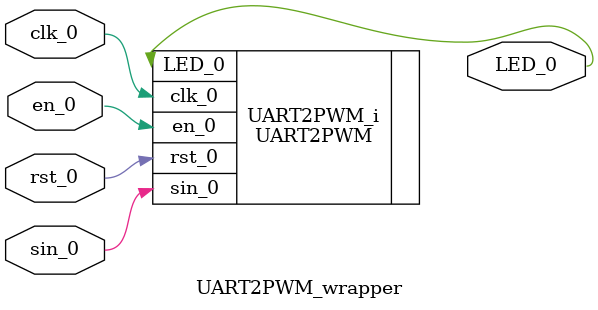
<source format=v>
`timescale 1 ps / 1 ps

module UART2PWM_wrapper
   (LED_0,
    clk_0,
    en_0,
    rst_0,
    sin_0);
  output LED_0;
  input clk_0;
  input en_0;
  input rst_0;
  input sin_0;

  wire LED_0;
  wire clk_0;
  wire en_0;
  wire rst_0;
  wire sin_0;

  UART2PWM UART2PWM_i
       (.LED_0(LED_0),
        .clk_0(clk_0),
        .en_0(en_0),
        .rst_0(rst_0),
        .sin_0(sin_0));
endmodule

</source>
